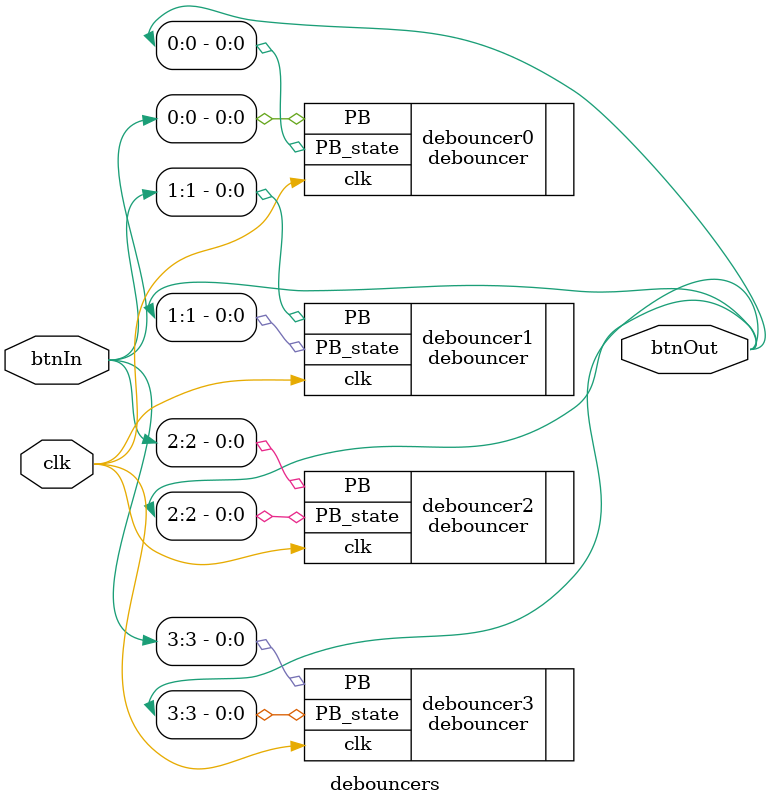
<source format=v>
`timescale 1ns / 1ps
module debouncers(
		input clk,
		input [3:0] btnIn,
		output [3:0] btnOut
    );
	 
	 	debouncer debouncer0(
			.PB(btnIn[0]),
			.clk(clk),
			.PB_state(btnOut[0])
		);
		
		debouncer debouncer1(
			.PB(btnIn[1]),
			.clk(clk),
			.PB_state(btnOut[1])
		);
		
		debouncer debouncer2(
			.PB(btnIn[2]),
			.clk(clk),
			.PB_state(btnOut[2])
		);
		
		debouncer debouncer3(
			.clk(clk),
			.PB(btnIn[3]),
			.PB_state(btnOut[3])
		);
	 


endmodule

</source>
